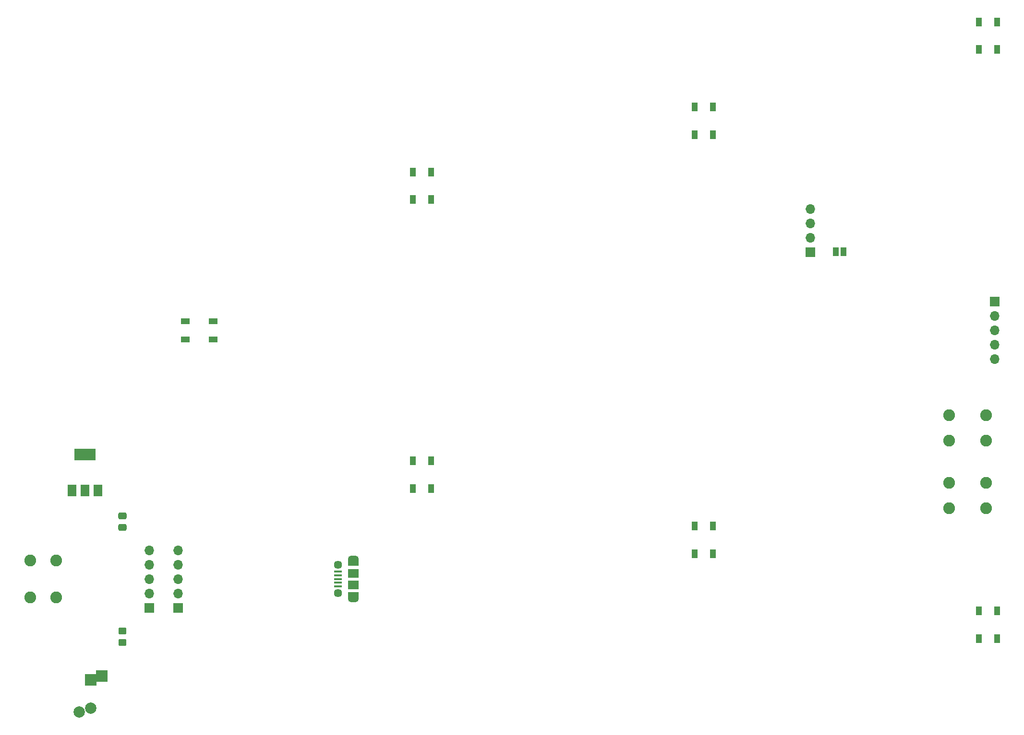
<source format=gbr>
%TF.GenerationSoftware,KiCad,Pcbnew,8.0.5*%
%TF.CreationDate,2024-11-10T11:17:44+01:00*%
%TF.ProjectId,xmasTree,786d6173-5472-4656-952e-6b696361645f,rev?*%
%TF.SameCoordinates,Original*%
%TF.FileFunction,Soldermask,Top*%
%TF.FilePolarity,Negative*%
%FSLAX46Y46*%
G04 Gerber Fmt 4.6, Leading zero omitted, Abs format (unit mm)*
G04 Created by KiCad (PCBNEW 8.0.5) date 2024-11-10 11:17:44*
%MOMM*%
%LPD*%
G01*
G04 APERTURE LIST*
G04 Aperture macros list*
%AMRoundRect*
0 Rectangle with rounded corners*
0 $1 Rounding radius*
0 $2 $3 $4 $5 $6 $7 $8 $9 X,Y pos of 4 corners*
0 Add a 4 corners polygon primitive as box body*
4,1,4,$2,$3,$4,$5,$6,$7,$8,$9,$2,$3,0*
0 Add four circle primitives for the rounded corners*
1,1,$1+$1,$2,$3*
1,1,$1+$1,$4,$5*
1,1,$1+$1,$6,$7*
1,1,$1+$1,$8,$9*
0 Add four rect primitives between the rounded corners*
20,1,$1+$1,$2,$3,$4,$5,0*
20,1,$1+$1,$4,$5,$6,$7,0*
20,1,$1+$1,$6,$7,$8,$9,0*
20,1,$1+$1,$8,$9,$2,$3,0*%
G04 Aperture macros list end*
%ADD10R,1.000000X1.500000*%
%ADD11R,1.700000X1.700000*%
%ADD12O,1.700000X1.700000*%
%ADD13R,1.500000X1.000000*%
%ADD14R,1.350000X0.400000*%
%ADD15O,1.900000X1.200000*%
%ADD16R,1.900000X1.200000*%
%ADD17C,1.450000*%
%ADD18R,1.900000X1.500000*%
%ADD19R,2.000000X2.000000*%
%ADD20C,2.000000*%
%ADD21RoundRect,0.250000X0.475000X-0.337500X0.475000X0.337500X-0.475000X0.337500X-0.475000X-0.337500X0*%
%ADD22RoundRect,0.250000X0.450000X-0.350000X0.450000X0.350000X-0.450000X0.350000X-0.450000X-0.350000X0*%
%ADD23C,2.082800*%
%ADD24R,1.500000X2.000000*%
%ADD25R,3.800000X2.000000*%
G04 APERTURE END LIST*
D10*
%TO.C,JP1*%
X194975000Y-65405000D03*
X193675000Y-65405000D03*
%TD*%
D11*
%TO.C,J5*%
X189185000Y-65445000D03*
D12*
X189185000Y-62905000D03*
X189185000Y-60365000D03*
X189185000Y-57825000D03*
%TD*%
D10*
%TO.C,D1*%
X222072000Y-24798000D03*
X218872000Y-24798000D03*
X218872000Y-29698000D03*
X222072000Y-29698000D03*
%TD*%
%TO.C,D3*%
X122256000Y-51298000D03*
X119056000Y-51298000D03*
X119056000Y-56198000D03*
X122256000Y-56198000D03*
%TD*%
D13*
%TO.C,D4*%
X78906000Y-77648000D03*
X78906000Y-80848000D03*
X83806000Y-80848000D03*
X83806000Y-77648000D03*
%TD*%
D10*
%TO.C,D5*%
X119056000Y-107198000D03*
X122256000Y-107198000D03*
X122256000Y-102298000D03*
X119056000Y-102298000D03*
%TD*%
%TO.C,D6*%
X168756000Y-118698000D03*
X171956000Y-118698000D03*
X171956000Y-113798000D03*
X168756000Y-113798000D03*
%TD*%
%TO.C,D7*%
X218872000Y-133698000D03*
X222072000Y-133698000D03*
X222072000Y-128798000D03*
X218872000Y-128798000D03*
%TD*%
%TO.C,D2*%
X171956000Y-39798000D03*
X168756000Y-39798000D03*
X168756000Y-44698000D03*
X171956000Y-44698000D03*
%TD*%
D14*
%TO.C,J1*%
X105885500Y-124490000D03*
X105885500Y-123840000D03*
X105885500Y-123190000D03*
X105885500Y-122540000D03*
X105885500Y-121890000D03*
D15*
X108585500Y-126690000D03*
D16*
X108585500Y-126090000D03*
D17*
X105885500Y-125690000D03*
D18*
X108585500Y-124190000D03*
X108585500Y-122190000D03*
D17*
X105885500Y-120690000D03*
D16*
X108585500Y-120290000D03*
D15*
X108585500Y-119690000D03*
%TD*%
D19*
%TO.C,C10*%
X64230000Y-140297856D03*
X62230000Y-140970000D03*
D20*
X62230000Y-145970000D03*
X60230000Y-146642144D03*
%TD*%
D21*
%TO.C,C9*%
X67818000Y-114089000D03*
X67818000Y-112014000D03*
%TD*%
D11*
%TO.C,J4*%
X77688000Y-128270000D03*
D12*
X77688000Y-125730000D03*
X77688000Y-123190000D03*
X77688000Y-120650000D03*
X77688000Y-118110000D03*
%TD*%
D11*
%TO.C,J2*%
X72608000Y-128270000D03*
D12*
X72608000Y-125730000D03*
X72608000Y-123190000D03*
X72608000Y-120650000D03*
X72608000Y-118110000D03*
%TD*%
D11*
%TO.C,J3*%
X221670000Y-74189500D03*
D12*
X221670000Y-76729500D03*
X221670000Y-79269500D03*
X221670000Y-81809500D03*
X221670000Y-84349500D03*
%TD*%
D22*
%TO.C,R5*%
X67818000Y-134350000D03*
X67818000Y-132350000D03*
%TD*%
D23*
%TO.C,S3*%
X56108600Y-119938800D03*
X56108600Y-126441200D03*
X51587400Y-119938800D03*
X51587400Y-126441200D03*
%TD*%
D24*
%TO.C,U1*%
X58914000Y-107544000D03*
X61214000Y-107544000D03*
D25*
X61214000Y-101244000D03*
D24*
X63514000Y-107544000D03*
%TD*%
D23*
%TO.C,S1*%
X220167200Y-94259400D03*
X213664800Y-94259400D03*
X220167200Y-98780600D03*
X213664800Y-98780600D03*
%TD*%
%TO.C,S2*%
X220167200Y-106197400D03*
X213664800Y-106197400D03*
X220167200Y-110718600D03*
X213664800Y-110718600D03*
%TD*%
M02*

</source>
